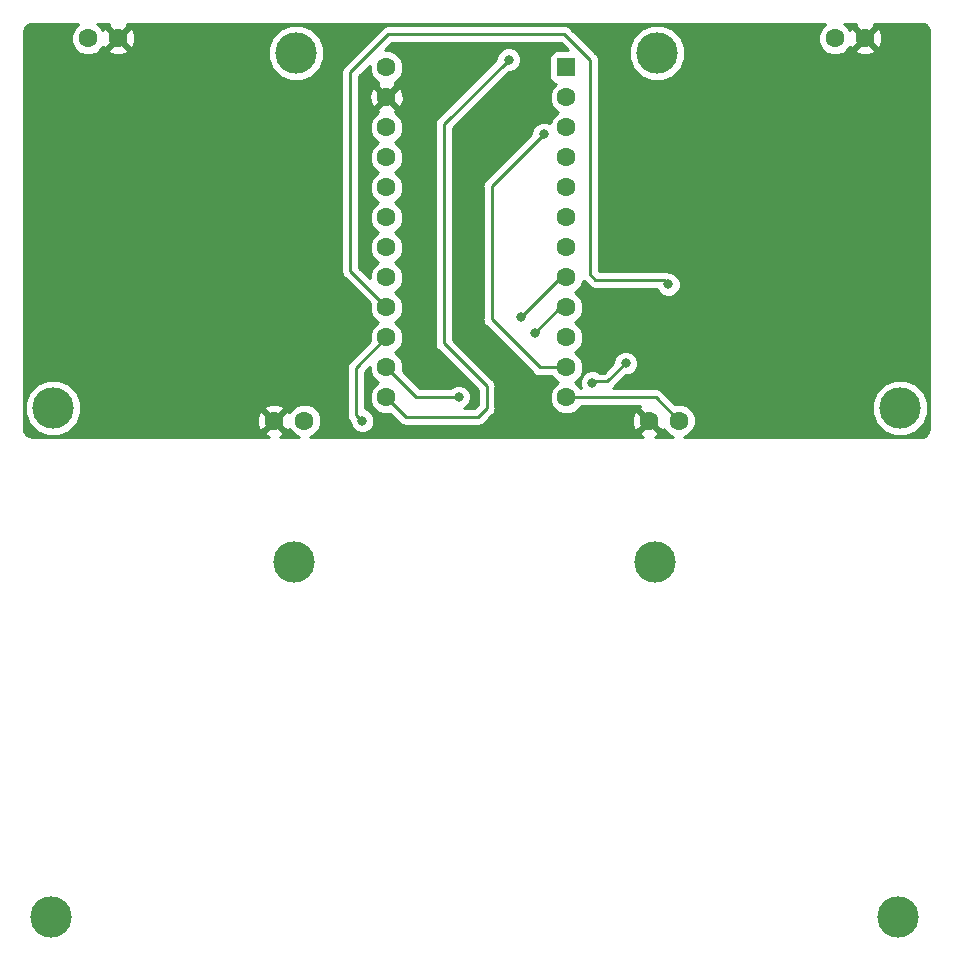
<source format=gbr>
G04 #@! TF.GenerationSoftware,KiCad,Pcbnew,5.0.2+dfsg1-1~bpo9+1*
G04 #@! TF.CreationDate,2019-06-02T18:57:07+01:00*
G04 #@! TF.ProjectId,ds_button_gamepad,64735f62-7574-4746-9f6e-5f67616d6570,rev?*
G04 #@! TF.SameCoordinates,Original*
G04 #@! TF.FileFunction,Copper,L2,Bot*
G04 #@! TF.FilePolarity,Positive*
%FSLAX46Y46*%
G04 Gerber Fmt 4.6, Leading zero omitted, Abs format (unit mm)*
G04 Created by KiCad (PCBNEW 5.0.2+dfsg1-1~bpo9+1) date Sun 02 Jun 2019 18:57:07 BST*
%MOMM*%
%LPD*%
G01*
G04 APERTURE LIST*
G04 #@! TA.AperFunction,ComponentPad*
%ADD10C,3.500000*%
G04 #@! TD*
G04 #@! TA.AperFunction,ComponentPad*
%ADD11C,1.600000*%
G04 #@! TD*
G04 #@! TA.AperFunction,ComponentPad*
%ADD12R,1.600000X1.600000*%
G04 #@! TD*
G04 #@! TA.AperFunction,ViaPad*
%ADD13C,0.800000*%
G04 #@! TD*
G04 #@! TA.AperFunction,Conductor*
%ADD14C,0.250000*%
G04 #@! TD*
G04 #@! TA.AperFunction,Conductor*
%ADD15C,0.254000*%
G04 #@! TD*
G04 APERTURE END LIST*
D10*
G04 #@! TO.P,U3,1*
G04 #@! TO.N,N/C*
X128295400Y-128955800D03*
G04 #@! TD*
G04 #@! TO.P,U5,1*
G04 #@! TO.N,N/C*
X56591200Y-128943100D03*
G04 #@! TD*
G04 #@! TO.P,U4,1*
G04 #@! TO.N,N/C*
X77165200Y-98882200D03*
G04 #@! TD*
G04 #@! TO.P,U2,1*
G04 #@! TO.N,N/C*
X107721400Y-98882200D03*
G04 #@! TD*
D11*
G04 #@! TO.P,SW9,2*
G04 #@! TO.N,Net-(SW1-Pad2)*
X75463400Y-86893400D03*
G04 #@! TO.P,SW9,1*
G04 #@! TO.N,Net-(SW9-Pad1)*
X78003400Y-86893400D03*
G04 #@! TD*
G04 #@! TO.P,SW10,2*
G04 #@! TO.N,Net-(SW1-Pad2)*
X62230000Y-54521100D03*
G04 #@! TO.P,SW10,1*
G04 #@! TO.N,Net-(SW10-Pad1)*
X59690000Y-54521100D03*
G04 #@! TD*
G04 #@! TO.P,SW11,1*
G04 #@! TO.N,Net-(SW11-Pad1)*
X109715300Y-86893400D03*
G04 #@! TO.P,SW11,2*
G04 #@! TO.N,Net-(SW1-Pad2)*
X107175300Y-86893400D03*
G04 #@! TD*
G04 #@! TO.P,SW12,1*
G04 #@! TO.N,Net-(SW12-Pad1)*
X122936000Y-54521100D03*
G04 #@! TO.P,SW12,2*
G04 #@! TO.N,Net-(SW1-Pad2)*
X125476000Y-54521100D03*
G04 #@! TD*
D12*
G04 #@! TO.P,U1,1*
G04 #@! TO.N,Net-(U1-Pad1)*
X100203000Y-56984900D03*
D11*
G04 #@! TO.P,U1,2*
G04 #@! TO.N,Net-(U1-Pad2)*
X100203000Y-59524900D03*
G04 #@! TO.P,U1,3*
G04 #@! TO.N,Net-(U1-Pad3)*
X100203000Y-62064900D03*
G04 #@! TO.P,U1,4*
G04 #@! TO.N,Net-(U1-Pad4)*
X100203000Y-64604900D03*
G04 #@! TO.P,U1,5*
G04 #@! TO.N,Net-(SW9-Pad1)*
X100203000Y-67144900D03*
G04 #@! TO.P,U1,6*
G04 #@! TO.N,Net-(SW12-Pad1)*
X100203000Y-69684900D03*
G04 #@! TO.P,U1,7*
G04 #@! TO.N,Net-(SW3-Pad1)*
X100203000Y-72224900D03*
G04 #@! TO.P,U1,8*
G04 #@! TO.N,Net-(SW1-Pad1)*
X100203000Y-74764900D03*
G04 #@! TO.P,U1,9*
G04 #@! TO.N,Net-(SW4-Pad1)*
X100203000Y-77304900D03*
G04 #@! TO.P,U1,10*
G04 #@! TO.N,Net-(SW2-Pad1)*
X100203000Y-79844900D03*
G04 #@! TO.P,U1,11*
G04 #@! TO.N,Net-(SW10-Pad1)*
X100203000Y-82384900D03*
G04 #@! TO.P,U1,12*
G04 #@! TO.N,Net-(SW11-Pad1)*
X100203000Y-84924900D03*
G04 #@! TO.P,U1,13*
G04 #@! TO.N,Net-(SW5-Pad1)*
X84963000Y-84924900D03*
G04 #@! TO.P,U1,14*
G04 #@! TO.N,Net-(SW7-Pad1)*
X84963000Y-82384900D03*
G04 #@! TO.P,U1,15*
G04 #@! TO.N,Net-(SW6-Pad1)*
X84963000Y-79844900D03*
G04 #@! TO.P,U1,16*
G04 #@! TO.N,Net-(SW8-Pad1)*
X84963000Y-77304900D03*
G04 #@! TO.P,U1,17*
G04 #@! TO.N,Net-(U1-Pad17)*
X84963000Y-74764900D03*
G04 #@! TO.P,U1,18*
G04 #@! TO.N,Net-(U1-Pad18)*
X84963000Y-72224900D03*
G04 #@! TO.P,U1,19*
G04 #@! TO.N,Net-(U1-Pad19)*
X84963000Y-69684900D03*
G04 #@! TO.P,U1,20*
G04 #@! TO.N,Net-(U1-Pad20)*
X84963000Y-67144900D03*
G04 #@! TO.P,U1,21*
G04 #@! TO.N,Net-(U1-Pad21)*
X84963000Y-64604900D03*
G04 #@! TO.P,U1,22*
G04 #@! TO.N,Net-(U1-Pad22)*
X84963000Y-62064900D03*
G04 #@! TO.P,U1,23*
G04 #@! TO.N,Net-(SW1-Pad2)*
X84963000Y-59524900D03*
G04 #@! TO.P,U1,24*
G04 #@! TO.N,Net-(U1-Pad24)*
X84963000Y-56984900D03*
G04 #@! TD*
D10*
G04 #@! TO.P,U2,1*
G04 #@! TO.N,Net-(U2-Pad1)*
X107861100Y-55740300D03*
G04 #@! TD*
G04 #@! TO.P,U3,1*
G04 #@! TO.N,Net-(U3-Pad1)*
X128435100Y-85813900D03*
G04 #@! TD*
G04 #@! TO.P,U4,1*
G04 #@! TO.N,Net-(U4-Pad1)*
X77304900Y-55740300D03*
G04 #@! TD*
G04 #@! TO.P,U5,1*
G04 #@! TO.N,Net-(U5-Pad1)*
X56730900Y-85801200D03*
G04 #@! TD*
D13*
G04 #@! TO.N,Net-(SW1-Pad1)*
X96393000Y-78130400D03*
G04 #@! TO.N,Net-(SW1-Pad2)*
X62128400Y-67373500D03*
X73939400Y-65011300D03*
X75260200Y-67602100D03*
X73202800Y-80187800D03*
X112928400Y-72047100D03*
X121297700Y-65176400D03*
X125984000Y-75679300D03*
X121767600Y-80289400D03*
G04 #@! TO.N,Net-(SW4-Pad1)*
X97548700Y-79438500D03*
G04 #@! TO.N,Net-(SW5-Pad1)*
X95313500Y-56324500D03*
G04 #@! TO.N,Net-(SW6-Pad1)*
X82905600Y-86893400D03*
G04 #@! TO.N,Net-(SW7-Pad1)*
X102387400Y-83667600D03*
X105219500Y-82029300D03*
X91084400Y-84886800D03*
G04 #@! TO.N,Net-(SW8-Pad1)*
X108826300Y-75361800D03*
G04 #@! TO.N,Net-(SW10-Pad1)*
X98272600Y-62636400D03*
G04 #@! TD*
D14*
G04 #@! TO.N,Net-(SW1-Pad1)*
X99758500Y-74764900D02*
X100203000Y-74764900D01*
X96393000Y-78130400D02*
X99758500Y-74764900D01*
G04 #@! TO.N,Net-(SW4-Pad1)*
X99682300Y-77304900D02*
X100203000Y-77304900D01*
X97548700Y-79438500D02*
X99682300Y-77304900D01*
G04 #@! TO.N,Net-(SW5-Pad1)*
X95313500Y-56324500D02*
X89827100Y-61810900D01*
X89827100Y-61810900D02*
X89827100Y-80340200D01*
X89827100Y-80340200D02*
X93433900Y-83947000D01*
X93433900Y-83947000D02*
X93433900Y-85852000D01*
X93433900Y-85852000D02*
X92697300Y-86588600D01*
X86626700Y-86588600D02*
X84963000Y-84924900D01*
X92697300Y-86588600D02*
X86626700Y-86588600D01*
G04 #@! TO.N,Net-(SW6-Pad1)*
X82359500Y-82448400D02*
X84963000Y-79844900D01*
X82359500Y-86385400D02*
X82359500Y-82448400D01*
X82467501Y-86493401D02*
X82359500Y-86385400D01*
X82505601Y-86493401D02*
X82467501Y-86493401D01*
X82905600Y-86893400D02*
X82505601Y-86493401D01*
G04 #@! TO.N,Net-(SW7-Pad1)*
X105219500Y-82029300D02*
X103670100Y-83578700D01*
X102514400Y-83578700D02*
X102425500Y-83667600D01*
X102425500Y-83667600D02*
X102387400Y-83667600D01*
X103670100Y-83578700D02*
X102514400Y-83578700D01*
X87464900Y-84886800D02*
X84963000Y-82384900D01*
X91084400Y-84886800D02*
X87464900Y-84886800D01*
G04 #@! TO.N,Net-(SW8-Pad1)*
X108426301Y-74961801D02*
X102647801Y-74961801D01*
X108826300Y-75361800D02*
X108426301Y-74961801D01*
X102647801Y-74961801D02*
X102171500Y-74485500D01*
X102171500Y-74485500D02*
X102171500Y-56337200D01*
X102171500Y-56337200D02*
X100025200Y-54190900D01*
X100025200Y-54190900D02*
X85115400Y-54190900D01*
X81909491Y-57396809D02*
X81909491Y-74251391D01*
X84163001Y-76504901D02*
X84963000Y-77304900D01*
X81909491Y-74251391D02*
X84163001Y-76504901D01*
X85115400Y-54190900D02*
X81909491Y-57396809D01*
G04 #@! TO.N,Net-(SW10-Pad1)*
X93865700Y-67043300D02*
X93865700Y-78308200D01*
X98272600Y-62636400D02*
X93865700Y-67043300D01*
X97942400Y-82384900D02*
X100203000Y-82384900D01*
X93865700Y-78308200D02*
X97942400Y-82384900D01*
G04 #@! TO.N,Net-(SW11-Pad1)*
X107746800Y-84924900D02*
X109715300Y-86893400D01*
X100203000Y-84924900D02*
X107746800Y-84924900D01*
G04 #@! TD*
D15*
G04 #@! TO.N,Net-(SW1-Pad2)*
G36*
X58877138Y-53304566D02*
X58473466Y-53708238D01*
X58255000Y-54235661D01*
X58255000Y-54806539D01*
X58473466Y-55333962D01*
X58877138Y-55737634D01*
X59404561Y-55956100D01*
X59975439Y-55956100D01*
X60502862Y-55737634D01*
X60711651Y-55528845D01*
X61401861Y-55528845D01*
X61475995Y-55774964D01*
X62013223Y-55968065D01*
X62583454Y-55940878D01*
X62984005Y-55774964D01*
X63058139Y-55528845D01*
X62230000Y-54700705D01*
X61401861Y-55528845D01*
X60711651Y-55528845D01*
X60906534Y-55333962D01*
X60953525Y-55220517D01*
X60976136Y-55275105D01*
X61222255Y-55349239D01*
X62050395Y-54521100D01*
X62409605Y-54521100D01*
X63237745Y-55349239D01*
X63483864Y-55275105D01*
X63487174Y-55265894D01*
X74919900Y-55265894D01*
X74919900Y-56214706D01*
X75282995Y-57091294D01*
X75953906Y-57762205D01*
X76830494Y-58125300D01*
X77779306Y-58125300D01*
X78655894Y-57762205D01*
X79326805Y-57091294D01*
X79689900Y-56214706D01*
X79689900Y-55265894D01*
X79326805Y-54389306D01*
X78655894Y-53718395D01*
X77779306Y-53355300D01*
X76830494Y-53355300D01*
X75953906Y-53718395D01*
X75282995Y-54389306D01*
X74919900Y-55265894D01*
X63487174Y-55265894D01*
X63676965Y-54737877D01*
X63649778Y-54167646D01*
X63483864Y-53767095D01*
X63237745Y-53692961D01*
X62409605Y-54521100D01*
X62050395Y-54521100D01*
X61222255Y-53692961D01*
X60976136Y-53767095D01*
X60955126Y-53825548D01*
X60906534Y-53708238D01*
X60502862Y-53304566D01*
X60493529Y-53300700D01*
X61465915Y-53300700D01*
X61401861Y-53513355D01*
X62230000Y-54341495D01*
X63058139Y-53513355D01*
X62994085Y-53300700D01*
X122132471Y-53300700D01*
X122123138Y-53304566D01*
X121719466Y-53708238D01*
X121501000Y-54235661D01*
X121501000Y-54806539D01*
X121719466Y-55333962D01*
X122123138Y-55737634D01*
X122650561Y-55956100D01*
X123221439Y-55956100D01*
X123748862Y-55737634D01*
X123957651Y-55528845D01*
X124647861Y-55528845D01*
X124721995Y-55774964D01*
X125259223Y-55968065D01*
X125829454Y-55940878D01*
X126230005Y-55774964D01*
X126304139Y-55528845D01*
X125476000Y-54700705D01*
X124647861Y-55528845D01*
X123957651Y-55528845D01*
X124152534Y-55333962D01*
X124199525Y-55220517D01*
X124222136Y-55275105D01*
X124468255Y-55349239D01*
X125296395Y-54521100D01*
X125655605Y-54521100D01*
X126483745Y-55349239D01*
X126729864Y-55275105D01*
X126922965Y-54737877D01*
X126895778Y-54167646D01*
X126729864Y-53767095D01*
X126483745Y-53692961D01*
X125655605Y-54521100D01*
X125296395Y-54521100D01*
X124468255Y-53692961D01*
X124222136Y-53767095D01*
X124201126Y-53825548D01*
X124152534Y-53708238D01*
X123748862Y-53304566D01*
X123739529Y-53300700D01*
X124711915Y-53300700D01*
X124647861Y-53513355D01*
X125476000Y-54341495D01*
X126304139Y-53513355D01*
X126240085Y-53300700D01*
X130252581Y-53300700D01*
X130502487Y-53344765D01*
X130607730Y-53405527D01*
X130799672Y-53612234D01*
X130866255Y-53795165D01*
X130874700Y-53891696D01*
X130874701Y-87631375D01*
X130830635Y-87881287D01*
X130735296Y-88046419D01*
X130589224Y-88168988D01*
X130380232Y-88245055D01*
X130283704Y-88253500D01*
X110181563Y-88253500D01*
X110528162Y-88109934D01*
X110931834Y-87706262D01*
X111150300Y-87178839D01*
X111150300Y-86607961D01*
X110931834Y-86080538D01*
X110528162Y-85676866D01*
X110000739Y-85458400D01*
X109429861Y-85458400D01*
X109376998Y-85480296D01*
X109236196Y-85339494D01*
X126050100Y-85339494D01*
X126050100Y-86288306D01*
X126413195Y-87164894D01*
X127084106Y-87835805D01*
X127960694Y-88198900D01*
X128909506Y-88198900D01*
X129786094Y-87835805D01*
X130457005Y-87164894D01*
X130820100Y-86288306D01*
X130820100Y-85339494D01*
X130457005Y-84462906D01*
X129786094Y-83791995D01*
X128909506Y-83428900D01*
X127960694Y-83428900D01*
X127084106Y-83791995D01*
X126413195Y-84462906D01*
X126050100Y-85339494D01*
X109236196Y-85339494D01*
X108337131Y-84440430D01*
X108294729Y-84376971D01*
X108043337Y-84208996D01*
X107821652Y-84164900D01*
X107821647Y-84164900D01*
X107746800Y-84150012D01*
X107671953Y-84164900D01*
X104160752Y-84164900D01*
X104218029Y-84126629D01*
X104260431Y-84063170D01*
X105259302Y-83064300D01*
X105425374Y-83064300D01*
X105805780Y-82906731D01*
X106096931Y-82615580D01*
X106254500Y-82235174D01*
X106254500Y-81823426D01*
X106096931Y-81443020D01*
X105805780Y-81151869D01*
X105425374Y-80994300D01*
X105013626Y-80994300D01*
X104633220Y-81151869D01*
X104342069Y-81443020D01*
X104184500Y-81823426D01*
X104184500Y-81989498D01*
X103355299Y-82818700D01*
X103002211Y-82818700D01*
X102973680Y-82790169D01*
X102593274Y-82632600D01*
X102181526Y-82632600D01*
X101801120Y-82790169D01*
X101509969Y-83081320D01*
X101352400Y-83461726D01*
X101352400Y-83873474D01*
X101473112Y-84164900D01*
X101441430Y-84164900D01*
X101419534Y-84112038D01*
X101015862Y-83708366D01*
X100886784Y-83654900D01*
X101015862Y-83601434D01*
X101419534Y-83197762D01*
X101638000Y-82670339D01*
X101638000Y-82099461D01*
X101419534Y-81572038D01*
X101015862Y-81168366D01*
X100886784Y-81114900D01*
X101015862Y-81061434D01*
X101419534Y-80657762D01*
X101638000Y-80130339D01*
X101638000Y-79559461D01*
X101419534Y-79032038D01*
X101015862Y-78628366D01*
X100886784Y-78574900D01*
X101015862Y-78521434D01*
X101419534Y-78117762D01*
X101638000Y-77590339D01*
X101638000Y-77019461D01*
X101419534Y-76492038D01*
X101015862Y-76088366D01*
X100886784Y-76034900D01*
X101015862Y-75981434D01*
X101419534Y-75577762D01*
X101638000Y-75050339D01*
X101638000Y-75043070D01*
X101687029Y-75075831D01*
X102057472Y-75446273D01*
X102099872Y-75509730D01*
X102351264Y-75677705D01*
X102572949Y-75721801D01*
X102572953Y-75721801D01*
X102647800Y-75736689D01*
X102722647Y-75721801D01*
X107855141Y-75721801D01*
X107948869Y-75948080D01*
X108240020Y-76239231D01*
X108620426Y-76396800D01*
X109032174Y-76396800D01*
X109412580Y-76239231D01*
X109703731Y-75948080D01*
X109861300Y-75567674D01*
X109861300Y-75155926D01*
X109703731Y-74775520D01*
X109412580Y-74484369D01*
X109032174Y-74326800D01*
X108843918Y-74326800D01*
X108722838Y-74245897D01*
X108501153Y-74201801D01*
X108501148Y-74201801D01*
X108426301Y-74186913D01*
X108351454Y-74201801D01*
X102962603Y-74201801D01*
X102931500Y-74170699D01*
X102931500Y-56412048D01*
X102946388Y-56337200D01*
X102931500Y-56262352D01*
X102931500Y-56262348D01*
X102887404Y-56040663D01*
X102719429Y-55789271D01*
X102655973Y-55746871D01*
X102174996Y-55265894D01*
X105476100Y-55265894D01*
X105476100Y-56214706D01*
X105839195Y-57091294D01*
X106510106Y-57762205D01*
X107386694Y-58125300D01*
X108335506Y-58125300D01*
X109212094Y-57762205D01*
X109883005Y-57091294D01*
X110246100Y-56214706D01*
X110246100Y-55265894D01*
X109883005Y-54389306D01*
X109212094Y-53718395D01*
X108335506Y-53355300D01*
X107386694Y-53355300D01*
X106510106Y-53718395D01*
X105839195Y-54389306D01*
X105476100Y-55265894D01*
X102174996Y-55265894D01*
X100615531Y-53706430D01*
X100573129Y-53642971D01*
X100321737Y-53474996D01*
X100100052Y-53430900D01*
X100100047Y-53430900D01*
X100025200Y-53416012D01*
X99950353Y-53430900D01*
X85190247Y-53430900D01*
X85115400Y-53416012D01*
X85040553Y-53430900D01*
X85040548Y-53430900D01*
X84818863Y-53474996D01*
X84567471Y-53642971D01*
X84525071Y-53706427D01*
X81425021Y-56806478D01*
X81361562Y-56848880D01*
X81193587Y-57100273D01*
X81149491Y-57321958D01*
X81149491Y-57321962D01*
X81134603Y-57396809D01*
X81149491Y-57471656D01*
X81149492Y-74176539D01*
X81134603Y-74251391D01*
X81149492Y-74326243D01*
X81179545Y-74477328D01*
X81193588Y-74547928D01*
X81271990Y-74665264D01*
X81361563Y-74799320D01*
X81425019Y-74841720D01*
X83549896Y-76966599D01*
X83528000Y-77019461D01*
X83528000Y-77590339D01*
X83746466Y-78117762D01*
X84150138Y-78521434D01*
X84279216Y-78574900D01*
X84150138Y-78628366D01*
X83746466Y-79032038D01*
X83528000Y-79559461D01*
X83528000Y-80130339D01*
X83549897Y-80183202D01*
X81875028Y-81858071D01*
X81811572Y-81900471D01*
X81769172Y-81963927D01*
X81769171Y-81963928D01*
X81643597Y-82151863D01*
X81584612Y-82448400D01*
X81599501Y-82523252D01*
X81599500Y-86310553D01*
X81584612Y-86385400D01*
X81599500Y-86460247D01*
X81599500Y-86460251D01*
X81643596Y-86681936D01*
X81811571Y-86933329D01*
X81870600Y-86972771D01*
X81870600Y-87099274D01*
X82028169Y-87479680D01*
X82319320Y-87770831D01*
X82699726Y-87928400D01*
X83111474Y-87928400D01*
X83491880Y-87770831D01*
X83783031Y-87479680D01*
X83940600Y-87099274D01*
X83940600Y-86687526D01*
X83783031Y-86307120D01*
X83491880Y-86015969D01*
X83119500Y-85861724D01*
X83119500Y-82763201D01*
X83528000Y-82354701D01*
X83528000Y-82670339D01*
X83746466Y-83197762D01*
X84150138Y-83601434D01*
X84279216Y-83654900D01*
X84150138Y-83708366D01*
X83746466Y-84112038D01*
X83528000Y-84639461D01*
X83528000Y-85210339D01*
X83746466Y-85737762D01*
X84150138Y-86141434D01*
X84677561Y-86359900D01*
X85248439Y-86359900D01*
X85301302Y-86338003D01*
X86036371Y-87073073D01*
X86078771Y-87136529D01*
X86330163Y-87304504D01*
X86551848Y-87348600D01*
X86551852Y-87348600D01*
X86626699Y-87363488D01*
X86701546Y-87348600D01*
X92622453Y-87348600D01*
X92697300Y-87363488D01*
X92772147Y-87348600D01*
X92772152Y-87348600D01*
X92993837Y-87304504D01*
X93245229Y-87136529D01*
X93287631Y-87073070D01*
X93684078Y-86676623D01*
X105728335Y-86676623D01*
X105755522Y-87246854D01*
X105921436Y-87647405D01*
X106167555Y-87721539D01*
X106995695Y-86893400D01*
X106167555Y-86065261D01*
X105921436Y-86139395D01*
X105728335Y-86676623D01*
X93684078Y-86676623D01*
X93918373Y-86442329D01*
X93981829Y-86399929D01*
X94117513Y-86196864D01*
X94149804Y-86148538D01*
X94190196Y-85945472D01*
X94193900Y-85926852D01*
X94193900Y-85926848D01*
X94208788Y-85852000D01*
X94193900Y-85777152D01*
X94193900Y-84021846D01*
X94208788Y-83946999D01*
X94193900Y-83872152D01*
X94193900Y-83872148D01*
X94149804Y-83650463D01*
X94101853Y-83578700D01*
X94024229Y-83462526D01*
X94024227Y-83462524D01*
X93981829Y-83399071D01*
X93918376Y-83356673D01*
X90587100Y-80025399D01*
X90587100Y-62125701D01*
X95353303Y-57359500D01*
X95519374Y-57359500D01*
X95899780Y-57201931D01*
X96190931Y-56910780D01*
X96348500Y-56530374D01*
X96348500Y-56118626D01*
X96190931Y-55738220D01*
X95899780Y-55447069D01*
X95519374Y-55289500D01*
X95107626Y-55289500D01*
X94727220Y-55447069D01*
X94436069Y-55738220D01*
X94278500Y-56118626D01*
X94278500Y-56284697D01*
X89342630Y-61220569D01*
X89279171Y-61262971D01*
X89111196Y-61514364D01*
X89067100Y-61736049D01*
X89067100Y-61736053D01*
X89052212Y-61810900D01*
X89067100Y-61885747D01*
X89067101Y-80265348D01*
X89052212Y-80340200D01*
X89067101Y-80415052D01*
X89111197Y-80636737D01*
X89279172Y-80888129D01*
X89342628Y-80930529D01*
X92673900Y-84261803D01*
X92673901Y-85537198D01*
X92382499Y-85828600D01*
X91515279Y-85828600D01*
X91670680Y-85764231D01*
X91961831Y-85473080D01*
X92119400Y-85092674D01*
X92119400Y-84680926D01*
X91961831Y-84300520D01*
X91670680Y-84009369D01*
X91290274Y-83851800D01*
X90878526Y-83851800D01*
X90498120Y-84009369D01*
X90380689Y-84126800D01*
X87779702Y-84126800D01*
X86376103Y-82723202D01*
X86398000Y-82670339D01*
X86398000Y-82099461D01*
X86179534Y-81572038D01*
X85775862Y-81168366D01*
X85646784Y-81114900D01*
X85775862Y-81061434D01*
X86179534Y-80657762D01*
X86398000Y-80130339D01*
X86398000Y-79559461D01*
X86179534Y-79032038D01*
X85775862Y-78628366D01*
X85646784Y-78574900D01*
X85775862Y-78521434D01*
X86179534Y-78117762D01*
X86398000Y-77590339D01*
X86398000Y-77019461D01*
X86179534Y-76492038D01*
X85775862Y-76088366D01*
X85646784Y-76034900D01*
X85775862Y-75981434D01*
X86179534Y-75577762D01*
X86398000Y-75050339D01*
X86398000Y-74479461D01*
X86179534Y-73952038D01*
X85775862Y-73548366D01*
X85646784Y-73494900D01*
X85775862Y-73441434D01*
X86179534Y-73037762D01*
X86398000Y-72510339D01*
X86398000Y-71939461D01*
X86179534Y-71412038D01*
X85775862Y-71008366D01*
X85646784Y-70954900D01*
X85775862Y-70901434D01*
X86179534Y-70497762D01*
X86398000Y-69970339D01*
X86398000Y-69399461D01*
X86179534Y-68872038D01*
X85775862Y-68468366D01*
X85646784Y-68414900D01*
X85775862Y-68361434D01*
X86179534Y-67957762D01*
X86398000Y-67430339D01*
X86398000Y-66859461D01*
X86179534Y-66332038D01*
X85775862Y-65928366D01*
X85646784Y-65874900D01*
X85775862Y-65821434D01*
X86179534Y-65417762D01*
X86398000Y-64890339D01*
X86398000Y-64319461D01*
X86179534Y-63792038D01*
X85775862Y-63388366D01*
X85646784Y-63334900D01*
X85775862Y-63281434D01*
X86179534Y-62877762D01*
X86398000Y-62350339D01*
X86398000Y-61779461D01*
X86179534Y-61252038D01*
X85775862Y-60848366D01*
X85662417Y-60801375D01*
X85717005Y-60778764D01*
X85791139Y-60532645D01*
X84963000Y-59704505D01*
X84134861Y-60532645D01*
X84208995Y-60778764D01*
X84267448Y-60799774D01*
X84150138Y-60848366D01*
X83746466Y-61252038D01*
X83528000Y-61779461D01*
X83528000Y-62350339D01*
X83746466Y-62877762D01*
X84150138Y-63281434D01*
X84279216Y-63334900D01*
X84150138Y-63388366D01*
X83746466Y-63792038D01*
X83528000Y-64319461D01*
X83528000Y-64890339D01*
X83746466Y-65417762D01*
X84150138Y-65821434D01*
X84279216Y-65874900D01*
X84150138Y-65928366D01*
X83746466Y-66332038D01*
X83528000Y-66859461D01*
X83528000Y-67430339D01*
X83746466Y-67957762D01*
X84150138Y-68361434D01*
X84279216Y-68414900D01*
X84150138Y-68468366D01*
X83746466Y-68872038D01*
X83528000Y-69399461D01*
X83528000Y-69970339D01*
X83746466Y-70497762D01*
X84150138Y-70901434D01*
X84279216Y-70954900D01*
X84150138Y-71008366D01*
X83746466Y-71412038D01*
X83528000Y-71939461D01*
X83528000Y-72510339D01*
X83746466Y-73037762D01*
X84150138Y-73441434D01*
X84279216Y-73494900D01*
X84150138Y-73548366D01*
X83746466Y-73952038D01*
X83528000Y-74479461D01*
X83528000Y-74795098D01*
X82669491Y-73936590D01*
X82669491Y-59308123D01*
X83516035Y-59308123D01*
X83543222Y-59878354D01*
X83709136Y-60278905D01*
X83955255Y-60353039D01*
X84783395Y-59524900D01*
X85142605Y-59524900D01*
X85970745Y-60353039D01*
X86216864Y-60278905D01*
X86409965Y-59741677D01*
X86382778Y-59171446D01*
X86216864Y-58770895D01*
X85970745Y-58696761D01*
X85142605Y-59524900D01*
X84783395Y-59524900D01*
X83955255Y-58696761D01*
X83709136Y-58770895D01*
X83516035Y-59308123D01*
X82669491Y-59308123D01*
X82669491Y-57711610D01*
X83528000Y-56853101D01*
X83528000Y-57270339D01*
X83746466Y-57797762D01*
X84150138Y-58201434D01*
X84263583Y-58248425D01*
X84208995Y-58271036D01*
X84134861Y-58517155D01*
X84963000Y-59345295D01*
X85791139Y-58517155D01*
X85717005Y-58271036D01*
X85658552Y-58250026D01*
X85775862Y-58201434D01*
X86179534Y-57797762D01*
X86398000Y-57270339D01*
X86398000Y-56699461D01*
X86179534Y-56172038D01*
X85775862Y-55768366D01*
X85248439Y-55549900D01*
X84831202Y-55549900D01*
X85430202Y-54950900D01*
X99710399Y-54950900D01*
X100296959Y-55537460D01*
X99403000Y-55537460D01*
X99155235Y-55586743D01*
X98945191Y-55727091D01*
X98804843Y-55937135D01*
X98755560Y-56184900D01*
X98755560Y-57784900D01*
X98804843Y-58032665D01*
X98945191Y-58242709D01*
X99155235Y-58383057D01*
X99288866Y-58409638D01*
X98986466Y-58712038D01*
X98768000Y-59239461D01*
X98768000Y-59810339D01*
X98986466Y-60337762D01*
X99390138Y-60741434D01*
X99519216Y-60794900D01*
X99390138Y-60848366D01*
X98986466Y-61252038D01*
X98788554Y-61729839D01*
X98478474Y-61601400D01*
X98066726Y-61601400D01*
X97686320Y-61758969D01*
X97395169Y-62050120D01*
X97237600Y-62430526D01*
X97237600Y-62596598D01*
X93381230Y-66452969D01*
X93317771Y-66495371D01*
X93149796Y-66746764D01*
X93105700Y-66968449D01*
X93105700Y-66968453D01*
X93090812Y-67043300D01*
X93105700Y-67118147D01*
X93105701Y-78233348D01*
X93090812Y-78308200D01*
X93105701Y-78383052D01*
X93149797Y-78604737D01*
X93317772Y-78856129D01*
X93381228Y-78898529D01*
X97352073Y-82869376D01*
X97394471Y-82932829D01*
X97457924Y-82975227D01*
X97457926Y-82975229D01*
X97477595Y-82988371D01*
X97645863Y-83100804D01*
X97867548Y-83144900D01*
X97867552Y-83144900D01*
X97942399Y-83159788D01*
X98017246Y-83144900D01*
X98964570Y-83144900D01*
X98986466Y-83197762D01*
X99390138Y-83601434D01*
X99519216Y-83654900D01*
X99390138Y-83708366D01*
X98986466Y-84112038D01*
X98768000Y-84639461D01*
X98768000Y-85210339D01*
X98986466Y-85737762D01*
X99390138Y-86141434D01*
X99917561Y-86359900D01*
X100488439Y-86359900D01*
X101015862Y-86141434D01*
X101419534Y-85737762D01*
X101441430Y-85684900D01*
X106407631Y-85684900D01*
X106347161Y-85885655D01*
X107175300Y-86713795D01*
X107189442Y-86699652D01*
X107369048Y-86879258D01*
X107354905Y-86893400D01*
X108183045Y-87721539D01*
X108429164Y-87647405D01*
X108450174Y-87588952D01*
X108498766Y-87706262D01*
X108902438Y-88109934D01*
X109249037Y-88253500D01*
X107672829Y-88253500D01*
X107929305Y-88147264D01*
X108003439Y-87901145D01*
X107175300Y-87073005D01*
X106347161Y-87901145D01*
X106421295Y-88147264D01*
X106716855Y-88253500D01*
X78469663Y-88253500D01*
X78816262Y-88109934D01*
X79219934Y-87706262D01*
X79438400Y-87178839D01*
X79438400Y-86607961D01*
X79219934Y-86080538D01*
X78816262Y-85676866D01*
X78288839Y-85458400D01*
X77717961Y-85458400D01*
X77190538Y-85676866D01*
X76786866Y-86080538D01*
X76739875Y-86193983D01*
X76717264Y-86139395D01*
X76471145Y-86065261D01*
X75643005Y-86893400D01*
X76471145Y-87721539D01*
X76717264Y-87647405D01*
X76738274Y-87588952D01*
X76786866Y-87706262D01*
X77190538Y-88109934D01*
X77537137Y-88253500D01*
X75960929Y-88253500D01*
X76217405Y-88147264D01*
X76291539Y-87901145D01*
X75463400Y-87073005D01*
X74635261Y-87901145D01*
X74709395Y-88147264D01*
X75004955Y-88253500D01*
X54926119Y-88253500D01*
X54671870Y-88208669D01*
X54502916Y-88111123D01*
X54377512Y-87961673D01*
X54299938Y-87748540D01*
X54291300Y-87649804D01*
X54291300Y-85326794D01*
X54345900Y-85326794D01*
X54345900Y-86275606D01*
X54708995Y-87152194D01*
X55379906Y-87823105D01*
X56256494Y-88186200D01*
X57205306Y-88186200D01*
X58081894Y-87823105D01*
X58752805Y-87152194D01*
X58949793Y-86676623D01*
X74016435Y-86676623D01*
X74043622Y-87246854D01*
X74209536Y-87647405D01*
X74455655Y-87721539D01*
X75283795Y-86893400D01*
X74455655Y-86065261D01*
X74209536Y-86139395D01*
X74016435Y-86676623D01*
X58949793Y-86676623D01*
X59115900Y-86275606D01*
X59115900Y-85885655D01*
X74635261Y-85885655D01*
X75463400Y-86713795D01*
X76291539Y-85885655D01*
X76217405Y-85639536D01*
X75680177Y-85446435D01*
X75109946Y-85473622D01*
X74709395Y-85639536D01*
X74635261Y-85885655D01*
X59115900Y-85885655D01*
X59115900Y-85326794D01*
X58752805Y-84450206D01*
X58081894Y-83779295D01*
X57205306Y-83416200D01*
X56256494Y-83416200D01*
X55379906Y-83779295D01*
X54708995Y-84450206D01*
X54345900Y-85326794D01*
X54291300Y-85326794D01*
X54291300Y-53922819D01*
X54335365Y-53672913D01*
X54430705Y-53507780D01*
X54576777Y-53385212D01*
X54785765Y-53309145D01*
X54882296Y-53300700D01*
X58886471Y-53300700D01*
X58877138Y-53304566D01*
X58877138Y-53304566D01*
G37*
X58877138Y-53304566D02*
X58473466Y-53708238D01*
X58255000Y-54235661D01*
X58255000Y-54806539D01*
X58473466Y-55333962D01*
X58877138Y-55737634D01*
X59404561Y-55956100D01*
X59975439Y-55956100D01*
X60502862Y-55737634D01*
X60711651Y-55528845D01*
X61401861Y-55528845D01*
X61475995Y-55774964D01*
X62013223Y-55968065D01*
X62583454Y-55940878D01*
X62984005Y-55774964D01*
X63058139Y-55528845D01*
X62230000Y-54700705D01*
X61401861Y-55528845D01*
X60711651Y-55528845D01*
X60906534Y-55333962D01*
X60953525Y-55220517D01*
X60976136Y-55275105D01*
X61222255Y-55349239D01*
X62050395Y-54521100D01*
X62409605Y-54521100D01*
X63237745Y-55349239D01*
X63483864Y-55275105D01*
X63487174Y-55265894D01*
X74919900Y-55265894D01*
X74919900Y-56214706D01*
X75282995Y-57091294D01*
X75953906Y-57762205D01*
X76830494Y-58125300D01*
X77779306Y-58125300D01*
X78655894Y-57762205D01*
X79326805Y-57091294D01*
X79689900Y-56214706D01*
X79689900Y-55265894D01*
X79326805Y-54389306D01*
X78655894Y-53718395D01*
X77779306Y-53355300D01*
X76830494Y-53355300D01*
X75953906Y-53718395D01*
X75282995Y-54389306D01*
X74919900Y-55265894D01*
X63487174Y-55265894D01*
X63676965Y-54737877D01*
X63649778Y-54167646D01*
X63483864Y-53767095D01*
X63237745Y-53692961D01*
X62409605Y-54521100D01*
X62050395Y-54521100D01*
X61222255Y-53692961D01*
X60976136Y-53767095D01*
X60955126Y-53825548D01*
X60906534Y-53708238D01*
X60502862Y-53304566D01*
X60493529Y-53300700D01*
X61465915Y-53300700D01*
X61401861Y-53513355D01*
X62230000Y-54341495D01*
X63058139Y-53513355D01*
X62994085Y-53300700D01*
X122132471Y-53300700D01*
X122123138Y-53304566D01*
X121719466Y-53708238D01*
X121501000Y-54235661D01*
X121501000Y-54806539D01*
X121719466Y-55333962D01*
X122123138Y-55737634D01*
X122650561Y-55956100D01*
X123221439Y-55956100D01*
X123748862Y-55737634D01*
X123957651Y-55528845D01*
X124647861Y-55528845D01*
X124721995Y-55774964D01*
X125259223Y-55968065D01*
X125829454Y-55940878D01*
X126230005Y-55774964D01*
X126304139Y-55528845D01*
X125476000Y-54700705D01*
X124647861Y-55528845D01*
X123957651Y-55528845D01*
X124152534Y-55333962D01*
X124199525Y-55220517D01*
X124222136Y-55275105D01*
X124468255Y-55349239D01*
X125296395Y-54521100D01*
X125655605Y-54521100D01*
X126483745Y-55349239D01*
X126729864Y-55275105D01*
X126922965Y-54737877D01*
X126895778Y-54167646D01*
X126729864Y-53767095D01*
X126483745Y-53692961D01*
X125655605Y-54521100D01*
X125296395Y-54521100D01*
X124468255Y-53692961D01*
X124222136Y-53767095D01*
X124201126Y-53825548D01*
X124152534Y-53708238D01*
X123748862Y-53304566D01*
X123739529Y-53300700D01*
X124711915Y-53300700D01*
X124647861Y-53513355D01*
X125476000Y-54341495D01*
X126304139Y-53513355D01*
X126240085Y-53300700D01*
X130252581Y-53300700D01*
X130502487Y-53344765D01*
X130607730Y-53405527D01*
X130799672Y-53612234D01*
X130866255Y-53795165D01*
X130874700Y-53891696D01*
X130874701Y-87631375D01*
X130830635Y-87881287D01*
X130735296Y-88046419D01*
X130589224Y-88168988D01*
X130380232Y-88245055D01*
X130283704Y-88253500D01*
X110181563Y-88253500D01*
X110528162Y-88109934D01*
X110931834Y-87706262D01*
X111150300Y-87178839D01*
X111150300Y-86607961D01*
X110931834Y-86080538D01*
X110528162Y-85676866D01*
X110000739Y-85458400D01*
X109429861Y-85458400D01*
X109376998Y-85480296D01*
X109236196Y-85339494D01*
X126050100Y-85339494D01*
X126050100Y-86288306D01*
X126413195Y-87164894D01*
X127084106Y-87835805D01*
X127960694Y-88198900D01*
X128909506Y-88198900D01*
X129786094Y-87835805D01*
X130457005Y-87164894D01*
X130820100Y-86288306D01*
X130820100Y-85339494D01*
X130457005Y-84462906D01*
X129786094Y-83791995D01*
X128909506Y-83428900D01*
X127960694Y-83428900D01*
X127084106Y-83791995D01*
X126413195Y-84462906D01*
X126050100Y-85339494D01*
X109236196Y-85339494D01*
X108337131Y-84440430D01*
X108294729Y-84376971D01*
X108043337Y-84208996D01*
X107821652Y-84164900D01*
X107821647Y-84164900D01*
X107746800Y-84150012D01*
X107671953Y-84164900D01*
X104160752Y-84164900D01*
X104218029Y-84126629D01*
X104260431Y-84063170D01*
X105259302Y-83064300D01*
X105425374Y-83064300D01*
X105805780Y-82906731D01*
X106096931Y-82615580D01*
X106254500Y-82235174D01*
X106254500Y-81823426D01*
X106096931Y-81443020D01*
X105805780Y-81151869D01*
X105425374Y-80994300D01*
X105013626Y-80994300D01*
X104633220Y-81151869D01*
X104342069Y-81443020D01*
X104184500Y-81823426D01*
X104184500Y-81989498D01*
X103355299Y-82818700D01*
X103002211Y-82818700D01*
X102973680Y-82790169D01*
X102593274Y-82632600D01*
X102181526Y-82632600D01*
X101801120Y-82790169D01*
X101509969Y-83081320D01*
X101352400Y-83461726D01*
X101352400Y-83873474D01*
X101473112Y-84164900D01*
X101441430Y-84164900D01*
X101419534Y-84112038D01*
X101015862Y-83708366D01*
X100886784Y-83654900D01*
X101015862Y-83601434D01*
X101419534Y-83197762D01*
X101638000Y-82670339D01*
X101638000Y-82099461D01*
X101419534Y-81572038D01*
X101015862Y-81168366D01*
X100886784Y-81114900D01*
X101015862Y-81061434D01*
X101419534Y-80657762D01*
X101638000Y-80130339D01*
X101638000Y-79559461D01*
X101419534Y-79032038D01*
X101015862Y-78628366D01*
X100886784Y-78574900D01*
X101015862Y-78521434D01*
X101419534Y-78117762D01*
X101638000Y-77590339D01*
X101638000Y-77019461D01*
X101419534Y-76492038D01*
X101015862Y-76088366D01*
X100886784Y-76034900D01*
X101015862Y-75981434D01*
X101419534Y-75577762D01*
X101638000Y-75050339D01*
X101638000Y-75043070D01*
X101687029Y-75075831D01*
X102057472Y-75446273D01*
X102099872Y-75509730D01*
X102351264Y-75677705D01*
X102572949Y-75721801D01*
X102572953Y-75721801D01*
X102647800Y-75736689D01*
X102722647Y-75721801D01*
X107855141Y-75721801D01*
X107948869Y-75948080D01*
X108240020Y-76239231D01*
X108620426Y-76396800D01*
X109032174Y-76396800D01*
X109412580Y-76239231D01*
X109703731Y-75948080D01*
X109861300Y-75567674D01*
X109861300Y-75155926D01*
X109703731Y-74775520D01*
X109412580Y-74484369D01*
X109032174Y-74326800D01*
X108843918Y-74326800D01*
X108722838Y-74245897D01*
X108501153Y-74201801D01*
X108501148Y-74201801D01*
X108426301Y-74186913D01*
X108351454Y-74201801D01*
X102962603Y-74201801D01*
X102931500Y-74170699D01*
X102931500Y-56412048D01*
X102946388Y-56337200D01*
X102931500Y-56262352D01*
X102931500Y-56262348D01*
X102887404Y-56040663D01*
X102719429Y-55789271D01*
X102655973Y-55746871D01*
X102174996Y-55265894D01*
X105476100Y-55265894D01*
X105476100Y-56214706D01*
X105839195Y-57091294D01*
X106510106Y-57762205D01*
X107386694Y-58125300D01*
X108335506Y-58125300D01*
X109212094Y-57762205D01*
X109883005Y-57091294D01*
X110246100Y-56214706D01*
X110246100Y-55265894D01*
X109883005Y-54389306D01*
X109212094Y-53718395D01*
X108335506Y-53355300D01*
X107386694Y-53355300D01*
X106510106Y-53718395D01*
X105839195Y-54389306D01*
X105476100Y-55265894D01*
X102174996Y-55265894D01*
X100615531Y-53706430D01*
X100573129Y-53642971D01*
X100321737Y-53474996D01*
X100100052Y-53430900D01*
X100100047Y-53430900D01*
X100025200Y-53416012D01*
X99950353Y-53430900D01*
X85190247Y-53430900D01*
X85115400Y-53416012D01*
X85040553Y-53430900D01*
X85040548Y-53430900D01*
X84818863Y-53474996D01*
X84567471Y-53642971D01*
X84525071Y-53706427D01*
X81425021Y-56806478D01*
X81361562Y-56848880D01*
X81193587Y-57100273D01*
X81149491Y-57321958D01*
X81149491Y-57321962D01*
X81134603Y-57396809D01*
X81149491Y-57471656D01*
X81149492Y-74176539D01*
X81134603Y-74251391D01*
X81149492Y-74326243D01*
X81179545Y-74477328D01*
X81193588Y-74547928D01*
X81271990Y-74665264D01*
X81361563Y-74799320D01*
X81425019Y-74841720D01*
X83549896Y-76966599D01*
X83528000Y-77019461D01*
X83528000Y-77590339D01*
X83746466Y-78117762D01*
X84150138Y-78521434D01*
X84279216Y-78574900D01*
X84150138Y-78628366D01*
X83746466Y-79032038D01*
X83528000Y-79559461D01*
X83528000Y-80130339D01*
X83549897Y-80183202D01*
X81875028Y-81858071D01*
X81811572Y-81900471D01*
X81769172Y-81963927D01*
X81769171Y-81963928D01*
X81643597Y-82151863D01*
X81584612Y-82448400D01*
X81599501Y-82523252D01*
X81599500Y-86310553D01*
X81584612Y-86385400D01*
X81599500Y-86460247D01*
X81599500Y-86460251D01*
X81643596Y-86681936D01*
X81811571Y-86933329D01*
X81870600Y-86972771D01*
X81870600Y-87099274D01*
X82028169Y-87479680D01*
X82319320Y-87770831D01*
X82699726Y-87928400D01*
X83111474Y-87928400D01*
X83491880Y-87770831D01*
X83783031Y-87479680D01*
X83940600Y-87099274D01*
X83940600Y-86687526D01*
X83783031Y-86307120D01*
X83491880Y-86015969D01*
X83119500Y-85861724D01*
X83119500Y-82763201D01*
X83528000Y-82354701D01*
X83528000Y-82670339D01*
X83746466Y-83197762D01*
X84150138Y-83601434D01*
X84279216Y-83654900D01*
X84150138Y-83708366D01*
X83746466Y-84112038D01*
X83528000Y-84639461D01*
X83528000Y-85210339D01*
X83746466Y-85737762D01*
X84150138Y-86141434D01*
X84677561Y-86359900D01*
X85248439Y-86359900D01*
X85301302Y-86338003D01*
X86036371Y-87073073D01*
X86078771Y-87136529D01*
X86330163Y-87304504D01*
X86551848Y-87348600D01*
X86551852Y-87348600D01*
X86626699Y-87363488D01*
X86701546Y-87348600D01*
X92622453Y-87348600D01*
X92697300Y-87363488D01*
X92772147Y-87348600D01*
X92772152Y-87348600D01*
X92993837Y-87304504D01*
X93245229Y-87136529D01*
X93287631Y-87073070D01*
X93684078Y-86676623D01*
X105728335Y-86676623D01*
X105755522Y-87246854D01*
X105921436Y-87647405D01*
X106167555Y-87721539D01*
X106995695Y-86893400D01*
X106167555Y-86065261D01*
X105921436Y-86139395D01*
X105728335Y-86676623D01*
X93684078Y-86676623D01*
X93918373Y-86442329D01*
X93981829Y-86399929D01*
X94117513Y-86196864D01*
X94149804Y-86148538D01*
X94190196Y-85945472D01*
X94193900Y-85926852D01*
X94193900Y-85926848D01*
X94208788Y-85852000D01*
X94193900Y-85777152D01*
X94193900Y-84021846D01*
X94208788Y-83946999D01*
X94193900Y-83872152D01*
X94193900Y-83872148D01*
X94149804Y-83650463D01*
X94101853Y-83578700D01*
X94024229Y-83462526D01*
X94024227Y-83462524D01*
X93981829Y-83399071D01*
X93918376Y-83356673D01*
X90587100Y-80025399D01*
X90587100Y-62125701D01*
X95353303Y-57359500D01*
X95519374Y-57359500D01*
X95899780Y-57201931D01*
X96190931Y-56910780D01*
X96348500Y-56530374D01*
X96348500Y-56118626D01*
X96190931Y-55738220D01*
X95899780Y-55447069D01*
X95519374Y-55289500D01*
X95107626Y-55289500D01*
X94727220Y-55447069D01*
X94436069Y-55738220D01*
X94278500Y-56118626D01*
X94278500Y-56284697D01*
X89342630Y-61220569D01*
X89279171Y-61262971D01*
X89111196Y-61514364D01*
X89067100Y-61736049D01*
X89067100Y-61736053D01*
X89052212Y-61810900D01*
X89067100Y-61885747D01*
X89067101Y-80265348D01*
X89052212Y-80340200D01*
X89067101Y-80415052D01*
X89111197Y-80636737D01*
X89279172Y-80888129D01*
X89342628Y-80930529D01*
X92673900Y-84261803D01*
X92673901Y-85537198D01*
X92382499Y-85828600D01*
X91515279Y-85828600D01*
X91670680Y-85764231D01*
X91961831Y-85473080D01*
X92119400Y-85092674D01*
X92119400Y-84680926D01*
X91961831Y-84300520D01*
X91670680Y-84009369D01*
X91290274Y-83851800D01*
X90878526Y-83851800D01*
X90498120Y-84009369D01*
X90380689Y-84126800D01*
X87779702Y-84126800D01*
X86376103Y-82723202D01*
X86398000Y-82670339D01*
X86398000Y-82099461D01*
X86179534Y-81572038D01*
X85775862Y-81168366D01*
X85646784Y-81114900D01*
X85775862Y-81061434D01*
X86179534Y-80657762D01*
X86398000Y-80130339D01*
X86398000Y-79559461D01*
X86179534Y-79032038D01*
X85775862Y-78628366D01*
X85646784Y-78574900D01*
X85775862Y-78521434D01*
X86179534Y-78117762D01*
X86398000Y-77590339D01*
X86398000Y-77019461D01*
X86179534Y-76492038D01*
X85775862Y-76088366D01*
X85646784Y-76034900D01*
X85775862Y-75981434D01*
X86179534Y-75577762D01*
X86398000Y-75050339D01*
X86398000Y-74479461D01*
X86179534Y-73952038D01*
X85775862Y-73548366D01*
X85646784Y-73494900D01*
X85775862Y-73441434D01*
X86179534Y-73037762D01*
X86398000Y-72510339D01*
X86398000Y-71939461D01*
X86179534Y-71412038D01*
X85775862Y-71008366D01*
X85646784Y-70954900D01*
X85775862Y-70901434D01*
X86179534Y-70497762D01*
X86398000Y-69970339D01*
X86398000Y-69399461D01*
X86179534Y-68872038D01*
X85775862Y-68468366D01*
X85646784Y-68414900D01*
X85775862Y-68361434D01*
X86179534Y-67957762D01*
X86398000Y-67430339D01*
X86398000Y-66859461D01*
X86179534Y-66332038D01*
X85775862Y-65928366D01*
X85646784Y-65874900D01*
X85775862Y-65821434D01*
X86179534Y-65417762D01*
X86398000Y-64890339D01*
X86398000Y-64319461D01*
X86179534Y-63792038D01*
X85775862Y-63388366D01*
X85646784Y-63334900D01*
X85775862Y-63281434D01*
X86179534Y-62877762D01*
X86398000Y-62350339D01*
X86398000Y-61779461D01*
X86179534Y-61252038D01*
X85775862Y-60848366D01*
X85662417Y-60801375D01*
X85717005Y-60778764D01*
X85791139Y-60532645D01*
X84963000Y-59704505D01*
X84134861Y-60532645D01*
X84208995Y-60778764D01*
X84267448Y-60799774D01*
X84150138Y-60848366D01*
X83746466Y-61252038D01*
X83528000Y-61779461D01*
X83528000Y-62350339D01*
X83746466Y-62877762D01*
X84150138Y-63281434D01*
X84279216Y-63334900D01*
X84150138Y-63388366D01*
X83746466Y-63792038D01*
X83528000Y-64319461D01*
X83528000Y-64890339D01*
X83746466Y-65417762D01*
X84150138Y-65821434D01*
X84279216Y-65874900D01*
X84150138Y-65928366D01*
X83746466Y-66332038D01*
X83528000Y-66859461D01*
X83528000Y-67430339D01*
X83746466Y-67957762D01*
X84150138Y-68361434D01*
X84279216Y-68414900D01*
X84150138Y-68468366D01*
X83746466Y-68872038D01*
X83528000Y-69399461D01*
X83528000Y-69970339D01*
X83746466Y-70497762D01*
X84150138Y-70901434D01*
X84279216Y-70954900D01*
X84150138Y-71008366D01*
X83746466Y-71412038D01*
X83528000Y-71939461D01*
X83528000Y-72510339D01*
X83746466Y-73037762D01*
X84150138Y-73441434D01*
X84279216Y-73494900D01*
X84150138Y-73548366D01*
X83746466Y-73952038D01*
X83528000Y-74479461D01*
X83528000Y-74795098D01*
X82669491Y-73936590D01*
X82669491Y-59308123D01*
X83516035Y-59308123D01*
X83543222Y-59878354D01*
X83709136Y-60278905D01*
X83955255Y-60353039D01*
X84783395Y-59524900D01*
X85142605Y-59524900D01*
X85970745Y-60353039D01*
X86216864Y-60278905D01*
X86409965Y-59741677D01*
X86382778Y-59171446D01*
X86216864Y-58770895D01*
X85970745Y-58696761D01*
X85142605Y-59524900D01*
X84783395Y-59524900D01*
X83955255Y-58696761D01*
X83709136Y-58770895D01*
X83516035Y-59308123D01*
X82669491Y-59308123D01*
X82669491Y-57711610D01*
X83528000Y-56853101D01*
X83528000Y-57270339D01*
X83746466Y-57797762D01*
X84150138Y-58201434D01*
X84263583Y-58248425D01*
X84208995Y-58271036D01*
X84134861Y-58517155D01*
X84963000Y-59345295D01*
X85791139Y-58517155D01*
X85717005Y-58271036D01*
X85658552Y-58250026D01*
X85775862Y-58201434D01*
X86179534Y-57797762D01*
X86398000Y-57270339D01*
X86398000Y-56699461D01*
X86179534Y-56172038D01*
X85775862Y-55768366D01*
X85248439Y-55549900D01*
X84831202Y-55549900D01*
X85430202Y-54950900D01*
X99710399Y-54950900D01*
X100296959Y-55537460D01*
X99403000Y-55537460D01*
X99155235Y-55586743D01*
X98945191Y-55727091D01*
X98804843Y-55937135D01*
X98755560Y-56184900D01*
X98755560Y-57784900D01*
X98804843Y-58032665D01*
X98945191Y-58242709D01*
X99155235Y-58383057D01*
X99288866Y-58409638D01*
X98986466Y-58712038D01*
X98768000Y-59239461D01*
X98768000Y-59810339D01*
X98986466Y-60337762D01*
X99390138Y-60741434D01*
X99519216Y-60794900D01*
X99390138Y-60848366D01*
X98986466Y-61252038D01*
X98788554Y-61729839D01*
X98478474Y-61601400D01*
X98066726Y-61601400D01*
X97686320Y-61758969D01*
X97395169Y-62050120D01*
X97237600Y-62430526D01*
X97237600Y-62596598D01*
X93381230Y-66452969D01*
X93317771Y-66495371D01*
X93149796Y-66746764D01*
X93105700Y-66968449D01*
X93105700Y-66968453D01*
X93090812Y-67043300D01*
X93105700Y-67118147D01*
X93105701Y-78233348D01*
X93090812Y-78308200D01*
X93105701Y-78383052D01*
X93149797Y-78604737D01*
X93317772Y-78856129D01*
X93381228Y-78898529D01*
X97352073Y-82869376D01*
X97394471Y-82932829D01*
X97457924Y-82975227D01*
X97457926Y-82975229D01*
X97477595Y-82988371D01*
X97645863Y-83100804D01*
X97867548Y-83144900D01*
X97867552Y-83144900D01*
X97942399Y-83159788D01*
X98017246Y-83144900D01*
X98964570Y-83144900D01*
X98986466Y-83197762D01*
X99390138Y-83601434D01*
X99519216Y-83654900D01*
X99390138Y-83708366D01*
X98986466Y-84112038D01*
X98768000Y-84639461D01*
X98768000Y-85210339D01*
X98986466Y-85737762D01*
X99390138Y-86141434D01*
X99917561Y-86359900D01*
X100488439Y-86359900D01*
X101015862Y-86141434D01*
X101419534Y-85737762D01*
X101441430Y-85684900D01*
X106407631Y-85684900D01*
X106347161Y-85885655D01*
X107175300Y-86713795D01*
X107189442Y-86699652D01*
X107369048Y-86879258D01*
X107354905Y-86893400D01*
X108183045Y-87721539D01*
X108429164Y-87647405D01*
X108450174Y-87588952D01*
X108498766Y-87706262D01*
X108902438Y-88109934D01*
X109249037Y-88253500D01*
X107672829Y-88253500D01*
X107929305Y-88147264D01*
X108003439Y-87901145D01*
X107175300Y-87073005D01*
X106347161Y-87901145D01*
X106421295Y-88147264D01*
X106716855Y-88253500D01*
X78469663Y-88253500D01*
X78816262Y-88109934D01*
X79219934Y-87706262D01*
X79438400Y-87178839D01*
X79438400Y-86607961D01*
X79219934Y-86080538D01*
X78816262Y-85676866D01*
X78288839Y-85458400D01*
X77717961Y-85458400D01*
X77190538Y-85676866D01*
X76786866Y-86080538D01*
X76739875Y-86193983D01*
X76717264Y-86139395D01*
X76471145Y-86065261D01*
X75643005Y-86893400D01*
X76471145Y-87721539D01*
X76717264Y-87647405D01*
X76738274Y-87588952D01*
X76786866Y-87706262D01*
X77190538Y-88109934D01*
X77537137Y-88253500D01*
X75960929Y-88253500D01*
X76217405Y-88147264D01*
X76291539Y-87901145D01*
X75463400Y-87073005D01*
X74635261Y-87901145D01*
X74709395Y-88147264D01*
X75004955Y-88253500D01*
X54926119Y-88253500D01*
X54671870Y-88208669D01*
X54502916Y-88111123D01*
X54377512Y-87961673D01*
X54299938Y-87748540D01*
X54291300Y-87649804D01*
X54291300Y-85326794D01*
X54345900Y-85326794D01*
X54345900Y-86275606D01*
X54708995Y-87152194D01*
X55379906Y-87823105D01*
X56256494Y-88186200D01*
X57205306Y-88186200D01*
X58081894Y-87823105D01*
X58752805Y-87152194D01*
X58949793Y-86676623D01*
X74016435Y-86676623D01*
X74043622Y-87246854D01*
X74209536Y-87647405D01*
X74455655Y-87721539D01*
X75283795Y-86893400D01*
X74455655Y-86065261D01*
X74209536Y-86139395D01*
X74016435Y-86676623D01*
X58949793Y-86676623D01*
X59115900Y-86275606D01*
X59115900Y-85885655D01*
X74635261Y-85885655D01*
X75463400Y-86713795D01*
X76291539Y-85885655D01*
X76217405Y-85639536D01*
X75680177Y-85446435D01*
X75109946Y-85473622D01*
X74709395Y-85639536D01*
X74635261Y-85885655D01*
X59115900Y-85885655D01*
X59115900Y-85326794D01*
X58752805Y-84450206D01*
X58081894Y-83779295D01*
X57205306Y-83416200D01*
X56256494Y-83416200D01*
X55379906Y-83779295D01*
X54708995Y-84450206D01*
X54345900Y-85326794D01*
X54291300Y-85326794D01*
X54291300Y-53922819D01*
X54335365Y-53672913D01*
X54430705Y-53507780D01*
X54576777Y-53385212D01*
X54785765Y-53309145D01*
X54882296Y-53300700D01*
X58886471Y-53300700D01*
X58877138Y-53304566D01*
G04 #@! TD*
M02*

</source>
